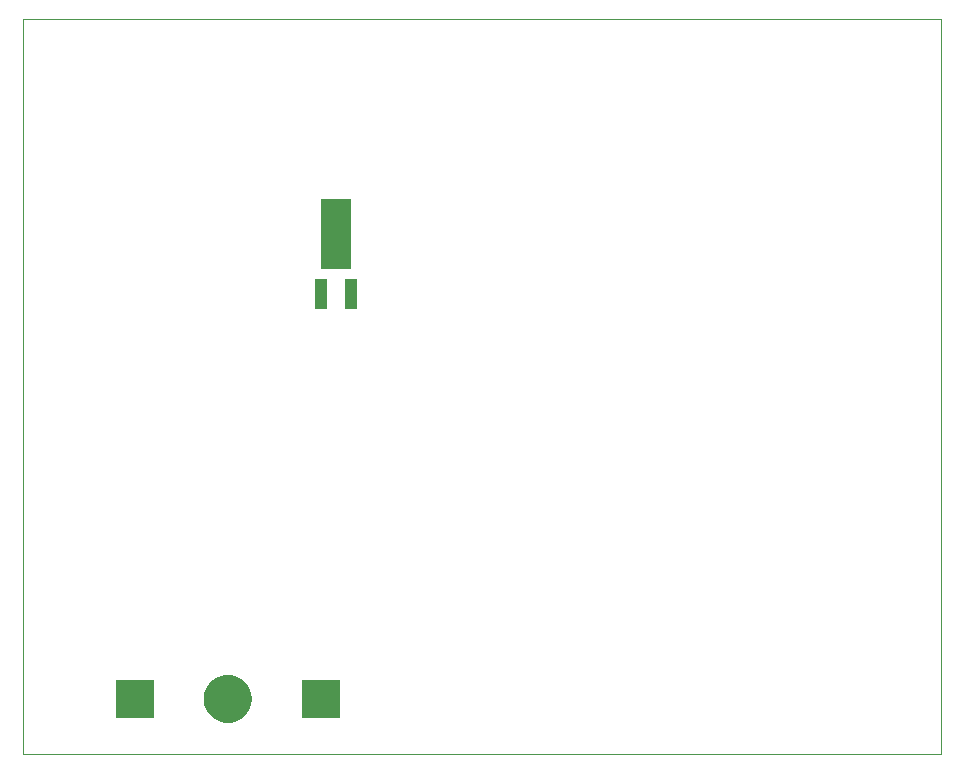
<source format=gtp>
G75*
%MOIN*%
%OFA0B0*%
%FSLAX25Y25*%
%IPPOS*%
%LPD*%
%AMOC8*
5,1,8,0,0,1.08239X$1,22.5*
%
%ADD10C,0.00000*%
%ADD11R,0.12500X0.12500*%
%ADD12C,0.07874*%
%ADD13R,0.03937X0.09843*%
%ADD14R,0.09843X0.23622*%
D10*
X0017181Y0006628D02*
X0017181Y0251628D01*
X0323181Y0251628D01*
X0323181Y0006628D01*
X0017181Y0006628D01*
D11*
X0054435Y0024872D03*
X0116435Y0024872D03*
D12*
X0081498Y0024872D02*
X0081500Y0024997D01*
X0081506Y0025122D01*
X0081516Y0025246D01*
X0081530Y0025370D01*
X0081547Y0025494D01*
X0081569Y0025617D01*
X0081595Y0025739D01*
X0081624Y0025861D01*
X0081657Y0025981D01*
X0081695Y0026100D01*
X0081735Y0026219D01*
X0081780Y0026335D01*
X0081828Y0026450D01*
X0081880Y0026564D01*
X0081936Y0026676D01*
X0081995Y0026786D01*
X0082057Y0026894D01*
X0082123Y0027001D01*
X0082192Y0027105D01*
X0082265Y0027206D01*
X0082340Y0027306D01*
X0082419Y0027403D01*
X0082501Y0027497D01*
X0082586Y0027589D01*
X0082673Y0027678D01*
X0082764Y0027764D01*
X0082857Y0027847D01*
X0082953Y0027928D01*
X0083051Y0028005D01*
X0083151Y0028079D01*
X0083254Y0028150D01*
X0083359Y0028217D01*
X0083467Y0028282D01*
X0083576Y0028342D01*
X0083687Y0028400D01*
X0083800Y0028453D01*
X0083914Y0028503D01*
X0084030Y0028550D01*
X0084147Y0028592D01*
X0084266Y0028631D01*
X0084386Y0028667D01*
X0084507Y0028698D01*
X0084629Y0028726D01*
X0084751Y0028749D01*
X0084875Y0028769D01*
X0084999Y0028785D01*
X0085123Y0028797D01*
X0085248Y0028805D01*
X0085373Y0028809D01*
X0085497Y0028809D01*
X0085622Y0028805D01*
X0085747Y0028797D01*
X0085871Y0028785D01*
X0085995Y0028769D01*
X0086119Y0028749D01*
X0086241Y0028726D01*
X0086363Y0028698D01*
X0086484Y0028667D01*
X0086604Y0028631D01*
X0086723Y0028592D01*
X0086840Y0028550D01*
X0086956Y0028503D01*
X0087070Y0028453D01*
X0087183Y0028400D01*
X0087294Y0028342D01*
X0087404Y0028282D01*
X0087511Y0028217D01*
X0087616Y0028150D01*
X0087719Y0028079D01*
X0087819Y0028005D01*
X0087917Y0027928D01*
X0088013Y0027847D01*
X0088106Y0027764D01*
X0088197Y0027678D01*
X0088284Y0027589D01*
X0088369Y0027497D01*
X0088451Y0027403D01*
X0088530Y0027306D01*
X0088605Y0027206D01*
X0088678Y0027105D01*
X0088747Y0027001D01*
X0088813Y0026894D01*
X0088875Y0026786D01*
X0088934Y0026676D01*
X0088990Y0026564D01*
X0089042Y0026450D01*
X0089090Y0026335D01*
X0089135Y0026219D01*
X0089175Y0026100D01*
X0089213Y0025981D01*
X0089246Y0025861D01*
X0089275Y0025739D01*
X0089301Y0025617D01*
X0089323Y0025494D01*
X0089340Y0025370D01*
X0089354Y0025246D01*
X0089364Y0025122D01*
X0089370Y0024997D01*
X0089372Y0024872D01*
X0089370Y0024747D01*
X0089364Y0024622D01*
X0089354Y0024498D01*
X0089340Y0024374D01*
X0089323Y0024250D01*
X0089301Y0024127D01*
X0089275Y0024005D01*
X0089246Y0023883D01*
X0089213Y0023763D01*
X0089175Y0023644D01*
X0089135Y0023525D01*
X0089090Y0023409D01*
X0089042Y0023294D01*
X0088990Y0023180D01*
X0088934Y0023068D01*
X0088875Y0022958D01*
X0088813Y0022850D01*
X0088747Y0022743D01*
X0088678Y0022639D01*
X0088605Y0022538D01*
X0088530Y0022438D01*
X0088451Y0022341D01*
X0088369Y0022247D01*
X0088284Y0022155D01*
X0088197Y0022066D01*
X0088106Y0021980D01*
X0088013Y0021897D01*
X0087917Y0021816D01*
X0087819Y0021739D01*
X0087719Y0021665D01*
X0087616Y0021594D01*
X0087511Y0021527D01*
X0087403Y0021462D01*
X0087294Y0021402D01*
X0087183Y0021344D01*
X0087070Y0021291D01*
X0086956Y0021241D01*
X0086840Y0021194D01*
X0086723Y0021152D01*
X0086604Y0021113D01*
X0086484Y0021077D01*
X0086363Y0021046D01*
X0086241Y0021018D01*
X0086119Y0020995D01*
X0085995Y0020975D01*
X0085871Y0020959D01*
X0085747Y0020947D01*
X0085622Y0020939D01*
X0085497Y0020935D01*
X0085373Y0020935D01*
X0085248Y0020939D01*
X0085123Y0020947D01*
X0084999Y0020959D01*
X0084875Y0020975D01*
X0084751Y0020995D01*
X0084629Y0021018D01*
X0084507Y0021046D01*
X0084386Y0021077D01*
X0084266Y0021113D01*
X0084147Y0021152D01*
X0084030Y0021194D01*
X0083914Y0021241D01*
X0083800Y0021291D01*
X0083687Y0021344D01*
X0083576Y0021402D01*
X0083466Y0021462D01*
X0083359Y0021527D01*
X0083254Y0021594D01*
X0083151Y0021665D01*
X0083051Y0021739D01*
X0082953Y0021816D01*
X0082857Y0021897D01*
X0082764Y0021980D01*
X0082673Y0022066D01*
X0082586Y0022155D01*
X0082501Y0022247D01*
X0082419Y0022341D01*
X0082340Y0022438D01*
X0082265Y0022538D01*
X0082192Y0022639D01*
X0082123Y0022743D01*
X0082057Y0022850D01*
X0081995Y0022958D01*
X0081936Y0023068D01*
X0081880Y0023180D01*
X0081828Y0023294D01*
X0081780Y0023409D01*
X0081735Y0023525D01*
X0081695Y0023644D01*
X0081657Y0023763D01*
X0081624Y0023883D01*
X0081595Y0024005D01*
X0081569Y0024127D01*
X0081547Y0024250D01*
X0081530Y0024374D01*
X0081516Y0024498D01*
X0081506Y0024622D01*
X0081500Y0024747D01*
X0081498Y0024872D01*
D13*
X0116585Y0159822D03*
X0126585Y0159822D03*
D14*
X0121585Y0179822D03*
M02*

</source>
